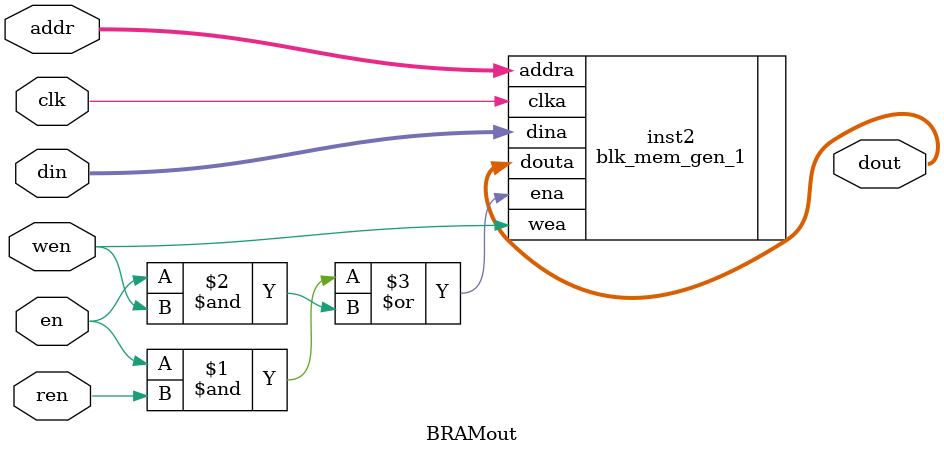
<source format=v>
`timescale 1ns / 1ps

module BRAMout(clk, en, ren, wen, addr, din, dout);
input clk, en, wen, ren;
input [15:0] addr;
input [7:0] din;
output [7:0] dout;
blk_mem_gen_1 inst2(.clka(clk),.ena((en&ren)|(en&wen)),.wea(wen),.addra(addr),.dina(din),.douta(dout));
endmodule

</source>
